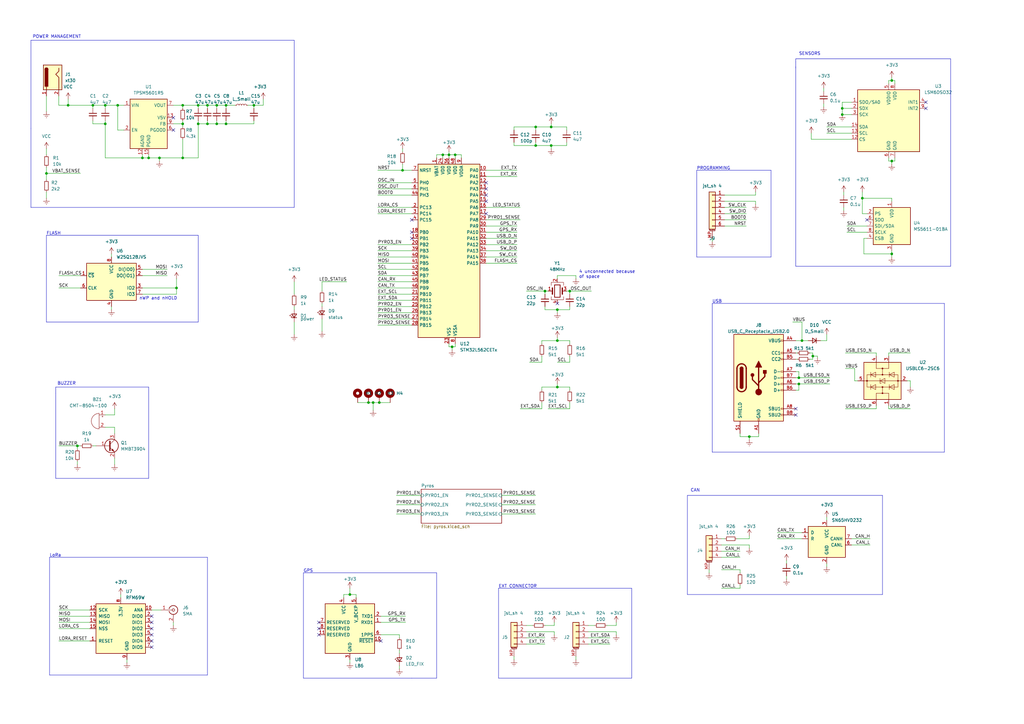
<source format=kicad_sch>
(kicad_sch (version 20230121) (generator eeschema)
  (paper "A3")
  (junction (at 58.42 64.77))
  (junction (at 104.14 43.18))
  (junction (at 365.76 104.14))
  (junction (at 219.71 59.69))
  (junction (at 228.6 158.75))
  (junction (at 65.405 64.77))
  (junction (at 74.93 50.8))
  (junction (at 155.575 165.1))
  (junction (at 153.035 165.1))
  (junction (at 181.61 63.5))
  (junction (at 165.1 69.85))
  (junction (at 74.93 64.77))
  (junction (at 228.6 139.7))
  (junction (at 353.695 81.28))
  (junction (at 85.09 43.18))
  (junction (at 81.28 50.8))
  (junction (at 365.76 66.04))
  (junction (at 19.05 71.12))
  (junction (at 333.375 146.05))
  (junction (at 228.6 127))
  (junction (at 185.42 142.24))
  (junction (at 43.18 43.18))
  (junction (at 345.44 44.45))
  (junction (at 48.26 43.18))
  (junction (at 328.93 139.7))
  (junction (at 27.94 43.18))
  (junction (at 151.13 165.1))
  (junction (at 81.28 43.18))
  (junction (at 31.75 182.88))
  (junction (at 74.93 43.18))
  (junction (at 307.34 179.07))
  (junction (at 92.71 43.18))
  (junction (at 38.1 43.18))
  (junction (at 223.52 119.38))
  (junction (at 72.39 118.11))
  (junction (at 327.66 157.48))
  (junction (at 88.9 50.8))
  (junction (at 233.68 119.38))
  (junction (at 186.69 63.5))
  (junction (at 184.15 63.5))
  (junction (at 365.76 33.02))
  (junction (at 226.06 59.69))
  (junction (at 88.9 43.18))
  (junction (at 143.51 243.84))
  (junction (at 345.44 46.99))
  (junction (at 219.71 52.07))
  (junction (at 60.96 64.77))
  (junction (at 85.09 50.8))
  (junction (at 43.18 50.8))
  (junction (at 226.06 52.07))
  (junction (at 92.71 50.8))
  (junction (at 327.66 154.94))
  (no_connect (at 199.39 80.01))
  (no_connect (at 326.39 167.64))
  (no_connect (at 62.23 255.27))
  (no_connect (at 62.23 252.73))
  (no_connect (at 62.23 262.89))
  (no_connect (at 71.12 53.34))
  (no_connect (at 62.23 265.43))
  (no_connect (at 156.21 262.89))
  (no_connect (at 62.23 260.35))
  (no_connect (at 168.91 97.79))
  (no_connect (at 199.39 82.55))
  (no_connect (at 228.6 124.46))
  (no_connect (at 130.81 257.81))
  (no_connect (at 199.39 87.63))
  (no_connect (at 130.81 255.27))
  (no_connect (at 326.39 170.18))
  (no_connect (at 130.81 260.35))
  (no_connect (at 168.91 90.17))
  (no_connect (at 379.73 44.45))
  (no_connect (at 379.73 41.91))
  (no_connect (at 199.39 74.93))
  (no_connect (at 62.23 257.81))
  (no_connect (at 168.91 95.25))
  (no_connect (at 71.12 48.26))
  (no_connect (at 355.6 90.17))
  (no_connect (at 199.39 77.47))
  (wire (pts (xy 154.94 87.63) (xy 168.91 87.63)))
  (wire (pts (xy 154.94 120.65) (xy 168.91 120.65)))
  (wire (pts (xy 31.75 182.88) (xy 33.02 182.88)))
  (wire (pts (xy 365.76 102.87) (xy 365.76 104.14)))
  (wire (pts (xy 104.14 43.18) (xy 104.14 44.45)))
  (wire (pts (xy 226.06 59.69) (xy 219.71 59.69)))
  (wire (pts (xy 233.68 127) (xy 233.68 125.73)))
  (wire (pts (xy 132.08 130.81) (xy 132.08 135.89)))
  (wire (pts (xy 58.42 110.49) (xy 68.58 110.49)))
  (wire (pts (xy 155.575 165.1) (xy 160.02 165.1)))
  (wire (pts (xy 43.18 43.18) (xy 43.18 44.45)))
  (wire (pts (xy 233.68 139.7) (xy 233.68 140.97)))
  (wire (pts (xy 19.05 60.96) (xy 19.05 63.5)))
  (wire (pts (xy 92.71 50.8) (xy 88.9 50.8)))
  (wire (pts (xy 339.09 52.07) (xy 349.25 52.07)))
  (wire (pts (xy 154.94 113.03) (xy 168.91 113.03)))
  (wire (pts (xy 19.05 68.58) (xy 19.05 71.12)))
  (wire (pts (xy 359.41 166.37) (xy 359.41 167.64)))
  (polyline (pts (xy 389.89 109.22) (xy 389.89 24.13)))
  (wire (pts (xy 364.49 167.64) (xy 373.38 167.64)))
  (wire (pts (xy 222.25 158.75) (xy 228.6 158.75)))
  (wire (pts (xy 74.93 43.18) (xy 74.93 44.45)))
  (wire (pts (xy 165.1 67.31) (xy 165.1 69.85)))
  (wire (pts (xy 219.71 53.34) (xy 219.71 52.07)))
  (wire (pts (xy 295.91 220.98) (xy 297.18 220.98)))
  (wire (pts (xy 72.39 118.11) (xy 72.39 120.65)))
  (wire (pts (xy 52.07 270.51) (xy 52.07 271.78)))
  (wire (pts (xy 104.14 49.53) (xy 104.14 50.8)))
  (wire (pts (xy 373.38 156.21) (xy 373.38 158.75)))
  (wire (pts (xy 154.94 123.19) (xy 168.91 123.19)))
  (wire (pts (xy 58.42 64.77) (xy 60.96 64.77)))
  (wire (pts (xy 24.13 262.89) (xy 36.83 262.89)))
  (wire (pts (xy 349.25 220.98) (xy 356.87 220.98)))
  (polyline (pts (xy 285.75 69.85) (xy 316.23 69.85)))
  (wire (pts (xy 302.26 220.98) (xy 307.34 220.98)))
  (wire (pts (xy 132.08 119.38) (xy 132.08 115.57)))
  (wire (pts (xy 349.25 41.91) (xy 345.44 41.91)))
  (wire (pts (xy 74.93 64.77) (xy 65.405 64.77)))
  (wire (pts (xy 228.6 127) (xy 233.68 127)))
  (wire (pts (xy 104.14 50.8) (xy 92.71 50.8)))
  (wire (pts (xy 199.39 100.33) (xy 212.09 100.33)))
  (wire (pts (xy 297.18 85.09) (xy 306.07 85.09)))
  (polyline (pts (xy 285.75 69.85) (xy 285.75 105.41)))
  (polyline (pts (xy 387.35 185.42) (xy 387.35 124.46)))
  (wire (pts (xy 27.94 43.18) (xy 38.1 43.18)))
  (wire (pts (xy 24.13 255.27) (xy 36.83 255.27)))
  (wire (pts (xy 140.97 243.84) (xy 143.51 243.84)))
  (wire (pts (xy 365.76 81.28) (xy 365.76 82.55)))
  (wire (pts (xy 347.345 92.71) (xy 355.6 92.71)))
  (wire (pts (xy 143.51 241.3) (xy 143.51 243.84)))
  (wire (pts (xy 318.77 218.44) (xy 328.93 218.44)))
  (wire (pts (xy 365.76 66.04) (xy 367.03 66.04)))
  (wire (pts (xy 222.25 146.05) (xy 222.25 148.59)))
  (wire (pts (xy 339.09 212.09) (xy 339.09 213.36)))
  (wire (pts (xy 241.3 264.16) (xy 250.19 264.16)))
  (wire (pts (xy 353.695 87.63) (xy 353.695 81.28)))
  (wire (pts (xy 210.82 52.07) (xy 219.71 52.07)))
  (wire (pts (xy 162.56 210.82) (xy 172.72 210.82)))
  (wire (pts (xy 303.53 240.03) (xy 303.53 241.3)))
  (wire (pts (xy 162.56 203.2) (xy 172.72 203.2)))
  (polyline (pts (xy 326.39 27.305) (xy 326.39 109.22)))
  (polyline (pts (xy 81.28 132.08) (xy 19.05 132.08)))
  (wire (pts (xy 205.74 210.82) (xy 219.71 210.82)))
  (wire (pts (xy 71.12 43.18) (xy 74.93 43.18)))
  (wire (pts (xy 185.42 142.24) (xy 185.42 143.51)))
  (wire (pts (xy 365.76 33.02) (xy 367.03 33.02)))
  (wire (pts (xy 132.08 124.46) (xy 132.08 125.73)))
  (wire (pts (xy 213.36 167.64) (xy 222.25 167.64)))
  (wire (pts (xy 24.13 43.18) (xy 24.13 39.37)))
  (wire (pts (xy 297.18 90.17) (xy 306.07 90.17)))
  (wire (pts (xy 146.05 243.84) (xy 146.05 245.11)))
  (polyline (pts (xy 12.7 52.705) (xy 12.7 85.09)))
  (wire (pts (xy 222.25 158.75) (xy 222.25 160.02)))
  (wire (pts (xy 31.75 189.23) (xy 31.75 190.5)))
  (wire (pts (xy 335.28 146.685) (xy 335.28 146.05)))
  (wire (pts (xy 372.11 156.21) (xy 373.38 156.21)))
  (wire (pts (xy 346.075 85.09) (xy 346.075 86.36)))
  (wire (pts (xy 81.28 64.77) (xy 74.93 64.77)))
  (wire (pts (xy 248.92 256.54) (xy 252.73 256.54)))
  (wire (pts (xy 184.15 142.24) (xy 185.42 142.24)))
  (wire (pts (xy 31.75 182.88) (xy 31.75 184.15)))
  (wire (pts (xy 227.33 256.54) (xy 227.33 255.27)))
  (polyline (pts (xy 120.65 85.09) (xy 120.65 16.51)))
  (wire (pts (xy 339.09 231.14) (xy 339.09 232.41)))
  (wire (pts (xy 226.06 52.07) (xy 232.41 52.07)))
  (wire (pts (xy 353.695 81.28) (xy 365.76 81.28)))
  (wire (pts (xy 326.39 144.78) (xy 327.025 144.78)))
  (wire (pts (xy 326.39 147.32) (xy 327.025 147.32)))
  (polyline (pts (xy 22.86 158.75) (xy 22.86 161.29)))
  (wire (pts (xy 24.13 118.11) (xy 33.02 118.11)))
  (wire (pts (xy 154.94 105.41) (xy 168.91 105.41)))
  (wire (pts (xy 228.6 157.48) (xy 228.6 158.75)))
  (wire (pts (xy 46.99 187.96) (xy 46.99 190.5)))
  (polyline (pts (xy 19.05 96.52) (xy 21.59 96.52)))
  (wire (pts (xy 318.77 220.98) (xy 328.93 220.98)))
  (wire (pts (xy 217.17 148.59) (xy 222.25 148.59)))
  (wire (pts (xy 241.3 256.54) (xy 243.84 256.54)))
  (wire (pts (xy 353.695 78.74) (xy 353.695 81.28)))
  (wire (pts (xy 88.9 50.8) (xy 85.09 50.8)))
  (wire (pts (xy 303.53 234.95) (xy 303.53 233.68)))
  (wire (pts (xy 154.94 125.73) (xy 168.91 125.73)))
  (wire (pts (xy 154.94 102.87) (xy 168.91 102.87)))
  (wire (pts (xy 228.6 114.3) (xy 228.6 113.03)))
  (wire (pts (xy 223.52 127) (xy 228.6 127)))
  (wire (pts (xy 222.25 139.7) (xy 222.25 140.97)))
  (wire (pts (xy 81.28 43.18) (xy 81.28 44.45)))
  (wire (pts (xy 154.94 107.95) (xy 168.91 107.95)))
  (wire (pts (xy 327.66 157.48) (xy 340.36 157.48)))
  (wire (pts (xy 184.15 140.97) (xy 184.15 142.24)))
  (wire (pts (xy 215.9 256.54) (xy 218.44 256.54)))
  (wire (pts (xy 328.93 132.08) (xy 325.12 132.08)))
  (wire (pts (xy 365.76 66.04) (xy 365.76 67.31)))
  (polyline (pts (xy 389.89 24.13) (xy 326.39 24.13)))
  (wire (pts (xy 43.18 49.53) (xy 43.18 50.8)))
  (wire (pts (xy 45.72 125.73) (xy 45.72 127)))
  (wire (pts (xy 241.3 261.62) (xy 250.19 261.62)))
  (wire (pts (xy 215.9 119.38) (xy 223.52 119.38)))
  (wire (pts (xy 43.18 50.8) (xy 43.18 64.77)))
  (polyline (pts (xy 259.08 241.3) (xy 204.47 241.3)))
  (wire (pts (xy 326.39 154.94) (xy 327.66 154.94)))
  (wire (pts (xy 295.91 228.6) (xy 303.53 228.6)))
  (wire (pts (xy 232.41 58.42) (xy 232.41 59.69)))
  (wire (pts (xy 74.93 52.07) (xy 74.93 50.8)))
  (wire (pts (xy 72.39 118.11) (xy 72.39 114.3)))
  (wire (pts (xy 223.52 256.54) (xy 227.33 256.54)))
  (wire (pts (xy 295.91 223.52) (xy 307.34 223.52)))
  (wire (pts (xy 24.13 250.19) (xy 36.83 250.19)))
  (wire (pts (xy 367.03 33.02) (xy 367.03 34.29)))
  (wire (pts (xy 351.79 156.21) (xy 350.52 156.21)))
  (wire (pts (xy 19.05 71.12) (xy 19.05 73.66)))
  (wire (pts (xy 224.79 167.64) (xy 233.68 167.64)))
  (wire (pts (xy 205.74 207.01) (xy 219.71 207.01)))
  (wire (pts (xy 38.1 182.88) (xy 39.37 182.88)))
  (wire (pts (xy 143.51 243.84) (xy 146.05 243.84)))
  (wire (pts (xy 347.345 95.25) (xy 355.6 95.25)))
  (polyline (pts (xy 85.09 228.6) (xy 20.32 228.6)))
  (wire (pts (xy 49.53 243.84) (xy 49.53 245.11)))
  (wire (pts (xy 292.1 97.79) (xy 292.1 99.06)))
  (wire (pts (xy 333.375 146.05) (xy 333.375 144.78)))
  (wire (pts (xy 232.41 52.07) (xy 232.41 53.34)))
  (wire (pts (xy 74.93 43.18) (xy 81.28 43.18)))
  (wire (pts (xy 199.39 85.09) (xy 213.36 85.09)))
  (polyline (pts (xy 292.1 185.42) (xy 387.35 185.42)))
  (wire (pts (xy 359.41 144.78) (xy 359.41 146.05)))
  (polyline (pts (xy 326.39 24.13) (xy 326.39 25.4)))
  (wire (pts (xy 367.03 64.77) (xy 367.03 66.04)))
  (wire (pts (xy 154.94 128.27) (xy 168.91 128.27)))
  (wire (pts (xy 233.68 165.1) (xy 233.68 167.64)))
  (wire (pts (xy 252.73 259.08) (xy 252.73 260.35)))
  (wire (pts (xy 46.99 167.64) (xy 46.99 170.18)))
  (wire (pts (xy 154.94 80.01) (xy 168.91 80.01)))
  (wire (pts (xy 168.91 133.35) (xy 154.94 133.35)))
  (wire (pts (xy 71.12 255.27) (xy 71.12 256.54)))
  (wire (pts (xy 346.075 78.74) (xy 346.075 80.01)))
  (wire (pts (xy 307.34 220.98) (xy 307.34 219.71)))
  (wire (pts (xy 92.71 49.53) (xy 92.71 50.8)))
  (wire (pts (xy 364.49 33.02) (xy 365.76 33.02)))
  (wire (pts (xy 241.3 259.08) (xy 252.73 259.08)))
  (wire (pts (xy 165.1 69.85) (xy 168.91 69.85)))
  (wire (pts (xy 223.52 120.65) (xy 223.52 119.38)))
  (wire (pts (xy 65.405 64.77) (xy 65.405 66.04)))
  (wire (pts (xy 58.42 113.03) (xy 68.58 113.03)))
  (wire (pts (xy 74.93 50.8) (xy 71.12 50.8)))
  (wire (pts (xy 336.55 139.7) (xy 339.09 139.7)))
  (wire (pts (xy 233.68 119.38) (xy 242.57 119.38)))
  (wire (pts (xy 307.34 223.52) (xy 307.34 224.79)))
  (polyline (pts (xy 20.32 228.6) (xy 20.32 276.86)))
  (polyline (pts (xy 281.94 243.84) (xy 361.95 243.84)))
  (wire (pts (xy 154.94 77.47) (xy 168.91 77.47)))
  (wire (pts (xy 156.21 252.73) (xy 166.37 252.73)))
  (wire (pts (xy 297.18 92.71) (xy 306.07 92.71)))
  (wire (pts (xy 154.94 110.49) (xy 168.91 110.49)))
  (wire (pts (xy 189.23 63.5) (xy 189.23 64.77)))
  (wire (pts (xy 85.09 49.53) (xy 85.09 50.8)))
  (polyline (pts (xy 85.09 276.86) (xy 85.09 228.6)))
  (wire (pts (xy 154.94 74.93) (xy 168.91 74.93)))
  (wire (pts (xy 38.1 43.18) (xy 38.1 44.45)))
  (wire (pts (xy 332.74 57.15) (xy 332.74 54.61)))
  (wire (pts (xy 223.52 125.73) (xy 223.52 127)))
  (polyline (pts (xy 81.28 96.52) (xy 81.28 132.08)))
  (wire (pts (xy 163.83 266.7) (xy 163.83 267.97)))
  (wire (pts (xy 186.69 140.97) (xy 186.69 142.24)))
  (wire (pts (xy 58.42 118.11) (xy 72.39 118.11)))
  (polyline (pts (xy 326.39 25.4) (xy 326.39 27.94)))
  (wire (pts (xy 19.05 78.74) (xy 19.05 81.28)))
  (wire (pts (xy 233.68 158.75) (xy 233.68 160.02)))
  (wire (pts (xy 223.52 119.38) (xy 224.79 119.38)))
  (wire (pts (xy 210.82 269.24) (xy 210.82 270.51)))
  (wire (pts (xy 199.39 102.87) (xy 212.09 102.87)))
  (wire (pts (xy 101.6 43.18) (xy 104.14 43.18)))
  (wire (pts (xy 88.9 49.53) (xy 88.9 50.8)))
  (wire (pts (xy 38.1 50.8) (xy 43.18 50.8)))
  (wire (pts (xy 168.91 130.81) (xy 154.94 130.81)))
  (wire (pts (xy 359.41 144.78) (xy 346.71 144.78)))
  (wire (pts (xy 58.42 120.65) (xy 72.39 120.65)))
  (wire (pts (xy 327.66 154.94) (xy 340.36 154.94)))
  (wire (pts (xy 151.13 165.1) (xy 153.035 165.1)))
  (wire (pts (xy 364.49 34.29) (xy 364.49 33.02)))
  (wire (pts (xy 233.68 146.05) (xy 233.68 148.59)))
  (wire (pts (xy 307.34 179.07) (xy 307.34 180.34)))
  (wire (pts (xy 156.21 260.35) (xy 163.83 260.35)))
  (wire (pts (xy 226.06 59.69) (xy 226.06 60.96)))
  (wire (pts (xy 365.76 104.14) (xy 354.33 104.14)))
  (wire (pts (xy 162.56 207.01) (xy 172.72 207.01)))
  (wire (pts (xy 322.58 229.87) (xy 322.58 231.14)))
  (wire (pts (xy 81.28 49.53) (xy 81.28 50.8)))
  (wire (pts (xy 140.97 245.11) (xy 140.97 243.84)))
  (wire (pts (xy 327.66 154.94) (xy 327.66 152.4)))
  (wire (pts (xy 186.69 63.5) (xy 186.69 64.77)))
  (wire (pts (xy 38.1 49.53) (xy 38.1 50.8)))
  (wire (pts (xy 232.41 119.38) (xy 233.68 119.38)))
  (wire (pts (xy 364.49 64.77) (xy 364.49 66.04)))
  (wire (pts (xy 24.13 113.03) (xy 33.02 113.03)))
  (wire (pts (xy 303.53 241.3) (xy 295.91 241.3)))
  (wire (pts (xy 354.33 97.79) (xy 355.6 97.79)))
  (wire (pts (xy 337.82 36.195) (xy 337.82 37.465)))
  (wire (pts (xy 252.73 256.54) (xy 252.73 255.27)))
  (wire (pts (xy 226.06 50.8) (xy 226.06 52.07)))
  (wire (pts (xy 92.71 43.18) (xy 96.52 43.18)))
  (wire (pts (xy 222.25 165.1) (xy 222.25 167.64)))
  (wire (pts (xy 199.39 69.85) (xy 212.09 69.85)))
  (wire (pts (xy 27.94 40.64) (xy 27.94 43.18)))
  (wire (pts (xy 165.1 60.96) (xy 165.1 62.23)))
  (wire (pts (xy 210.82 59.69) (xy 219.71 59.69)))
  (wire (pts (xy 81.28 43.18) (xy 85.09 43.18)))
  (wire (pts (xy 364.49 66.04) (xy 365.76 66.04)))
  (wire (pts (xy 43.18 43.18) (xy 48.26 43.18)))
  (wire (pts (xy 295.91 233.68) (xy 303.53 233.68)))
  (wire (pts (xy 199.39 105.41) (xy 212.09 105.41)))
  (wire (pts (xy 27.94 43.18) (xy 24.13 43.18)))
  (wire (pts (xy 297.18 82.55) (xy 309.88 82.55)))
  (wire (pts (xy 19.05 39.37) (xy 19.05 45.72)))
  (wire (pts (xy 332.105 144.78) (xy 333.375 144.78)))
  (wire (pts (xy 92.71 44.45) (xy 92.71 43.18)))
  (wire (pts (xy 303.53 177.8) (xy 303.53 179.07)))
  (wire (pts (xy 364.49 166.37) (xy 364.49 167.64)))
  (wire (pts (xy 228.6 158.75) (xy 233.68 158.75)))
  (wire (pts (xy 88.9 43.18) (xy 88.9 44.45)))
  (wire (pts (xy 179.07 64.77) (xy 179.07 63.5)))
  (wire (pts (xy 48.26 53.34) (xy 50.8 53.34)))
  (wire (pts (xy 143.51 270.51) (xy 143.51 271.78)))
  (wire (pts (xy 297.18 80.01) (xy 309.88 80.01)))
  (wire (pts (xy 104.14 43.18) (xy 107.95 43.18)))
  (wire (pts (xy 345.44 44.45) (xy 349.25 44.45)))
  (wire (pts (xy 185.42 142.24) (xy 186.69 142.24)))
  (polyline (pts (xy 281.94 203.2) (xy 281.94 243.84)))
  (wire (pts (xy 179.07 63.5) (xy 181.61 63.5)))
  (wire (pts (xy 333.375 147.32) (xy 333.375 146.05)))
  (wire (pts (xy 85.09 43.18) (xy 85.09 44.45)))
  (wire (pts (xy 120.65 125.73) (xy 120.65 127)))
  (wire (pts (xy 328.93 139.7) (xy 328.93 132.08)))
  (polyline (pts (xy 22.86 161.29) (xy 22.86 196.215)))
  (wire (pts (xy 43.18 64.77) (xy 58.42 64.77)))
  (wire (pts (xy 307.34 179.07) (xy 311.15 179.07)))
  (wire (pts (xy 24.13 252.73) (xy 36.83 252.73)))
  (wire (pts (xy 45.72 104.14) (xy 45.72 105.41)))
  (wire (pts (xy 353.695 87.63) (xy 355.6 87.63)))
  (wire (pts (xy 365.76 31.75) (xy 365.76 33.02)))
  (wire (pts (xy 333.375 146.05) (xy 335.28 146.05)))
  (wire (pts (xy 156.21 255.27) (xy 166.37 255.27)))
  (wire (pts (xy 199.39 90.17) (xy 213.36 90.17)))
  (polyline (pts (xy 168.91 278.13) (xy 124.46 278.13)))
  (wire (pts (xy 328.93 139.7) (xy 331.47 139.7)))
  (wire (pts (xy 184.15 63.5) (xy 184.15 64.77)))
  (wire (pts (xy 364.49 144.78) (xy 373.38 144.78)))
  (wire (pts (xy 24.13 182.88) (xy 31.75 182.88)))
  (wire (pts (xy 154.94 115.57) (xy 168.91 115.57)))
  (wire (pts (xy 228.6 139.7) (xy 233.68 139.7)))
  (wire (pts (xy 48.26 43.18) (xy 50.8 43.18)))
  (wire (pts (xy 337.82 42.545) (xy 337.82 43.815)))
  (wire (pts (xy 219.71 52.07) (xy 226.06 52.07)))
  (wire (pts (xy 62.23 250.19) (xy 66.04 250.19)))
  (wire (pts (xy 81.28 50.8) (xy 85.09 50.8)))
  (polyline (pts (xy 204.47 241.3) (xy 204.47 278.13)))
  (wire (pts (xy 58.42 63.5) (xy 58.42 64.77)))
  (wire (pts (xy 295.91 226.06) (xy 303.53 226.06)))
  (wire (pts (xy 322.58 236.22) (xy 322.58 237.49)))
  (polyline (pts (xy 12.7 85.09) (xy 120.65 85.09)))
  (polyline (pts (xy 361.95 243.84) (xy 361.95 203.2)))
  (wire (pts (xy 345.44 44.45) (xy 345.44 46.99)))
  (wire (pts (xy 154.94 100.33) (xy 168.91 100.33)))
  (wire (pts (xy 326.39 157.48) (xy 327.66 157.48)))
  (wire (pts (xy 153.035 165.1) (xy 155.575 165.1)))
  (polyline (pts (xy 204.47 278.13) (xy 259.08 278.13)))
  (wire (pts (xy 163.83 260.35) (xy 163.83 261.62)))
  (polyline (pts (xy 316.23 69.85) (xy 316.23 105.41)))
  (wire (pts (xy 345.44 46.99) (xy 349.25 46.99)))
  (wire (pts (xy 107.95 43.18) (xy 107.95 40.64)))
  (wire (pts (xy 236.22 113.03) (xy 236.22 114.3)))
  (wire (pts (xy 354.33 104.14) (xy 354.33 97.79)))
  (wire (pts (xy 199.39 72.39) (xy 212.09 72.39)))
  (wire (pts (xy 43.18 170.18) (xy 46.99 170.18)))
  (wire (pts (xy 205.74 203.2) (xy 219.71 203.2)))
  (wire (pts (xy 74.93 49.53) (xy 74.93 50.8)))
  (wire (pts (xy 154.94 85.09) (xy 168.91 85.09)))
  (polyline (pts (xy 124.46 278.13) (xy 124.46 234.95)))
  (wire (pts (xy 350.52 151.13) (xy 350.52 156.21)))
  (wire (pts (xy 146.685 165.1) (xy 151.13 165.1)))
  (wire (pts (xy 365.76 104.14) (xy 365.76 105.41)))
  (wire (pts (xy 60.96 63.5) (xy 60.96 64.77)))
  (wire (pts (xy 163.83 273.05) (xy 163.83 274.32)))
  (wire (pts (xy 326.39 139.7) (xy 328.93 139.7)))
  (wire (pts (xy 236.22 269.24) (xy 236.22 270.51)))
  (polyline (pts (xy 316.23 105.41) (xy 285.75 105.41)))
  (wire (pts (xy 228.6 127) (xy 228.6 128.27)))
  (wire (pts (xy 154.94 69.85) (xy 165.1 69.85)))
  (wire (pts (xy 359.41 167.64) (xy 346.71 167.64)))
  (wire (pts (xy 309.88 82.55) (xy 309.88 83.82)))
  (wire (pts (xy 120.65 132.08) (xy 120.65 137.16)))
  (wire (pts (xy 48.26 43.18) (xy 48.26 53.34)))
  (wire (pts (xy 326.39 160.02) (xy 327.66 160.02)))
  (wire (pts (xy 184.15 63.5) (xy 186.69 63.5)))
  (wire (pts (xy 132.08 115.57) (xy 142.24 115.57)))
  (wire (pts (xy 232.41 59.69) (xy 226.06 59.69)))
  (wire (pts (xy 19.05 71.12) (xy 33.02 71.12)))
  (polyline (pts (xy 12.7 16.51) (xy 120.65 16.51)))
  (wire (pts (xy 219.71 58.42) (xy 219.71 59.69)))
  (wire (pts (xy 290.83 233.68) (xy 290.83 234.95)))
  (polyline (pts (xy 259.08 278.13) (xy 259.08 241.3)))
  (wire (pts (xy 339.09 139.7) (xy 339.09 137.16)))
  (wire (pts (xy 364.49 146.05) (xy 364.49 144.78)))
  (polyline (pts (xy 124.46 234.95) (xy 179.07 234.95)))
  (wire (pts (xy 327.66 160.02) (xy 327.66 157.48)))
  (wire (pts (xy 120.65 115.57) (xy 120.65 120.65)))
  (wire (pts (xy 228.6 113.03) (xy 236.22 113.03)))
  (wire (pts (xy 46.99 175.26) (xy 46.99 177.8)))
  (wire (pts (xy 215.9 259.08) (xy 227.33 259.08)))
  (wire (pts (xy 311.15 177.8) (xy 311.15 179.07)))
  (wire (pts (xy 153.035 165.1) (xy 153.035 168.275)))
  (wire (pts (xy 210.82 53.34) (xy 210.82 52.07)))
  (polyline (pts (xy 20.32 276.86) (xy 85.09 276.86)))
  (wire (pts (xy 349.25 223.52) (xy 356.87 223.52)))
  (wire (pts (xy 199.39 92.71) (xy 212.09 92.71)))
  (wire (pts (xy 215.9 264.16) (xy 223.52 264.16)))
  (wire (pts (xy 43.18 43.18) (xy 38.1 43.18)))
  (wire (pts (xy 184.15 62.23) (xy 184.15 63.5)))
  (wire (pts (xy 332.105 147.32) (xy 333.375 147.32)))
  (wire (pts (xy 210.82 58.42) (xy 210.82 59.69)))
  (wire (pts (xy 88.9 43.18) (xy 92.71 43.18)))
  (polyline (pts (xy 292.1 124.46) (xy 292.1 185.42)))
  (wire (pts (xy 309.88 78.74) (xy 309.88 80.01)))
  (wire (pts (xy 154.94 118.11) (xy 168.91 118.11)))
  (wire (pts (xy 215.9 261.62) (xy 223.52 261.62)))
  (wire (pts (xy 186.69 63.5) (xy 189.23 63.5)))
  (wire (pts (xy 228.6 138.43) (xy 228.6 139.7)))
  (polyline (pts (xy 19.05 132.08) (xy 19.05 96.52)))
  (wire (pts (xy 233.68 120.65) (xy 233.68 119.38)))
  (wire (pts (xy 227.33 259.08) (xy 227.33 260.35)))
  (wire (pts (xy 350.52 151.13) (xy 346.71 151.13)))
  (polyline (pts (xy 12.7 16.51) (xy 12.7 52.705)))
  (polyline (pts (xy 361.95 203.2) (xy 281.94 203.2)))
  (wire (pts (xy 303.53 179.07) (xy 307.34 179.07)))
  (polyline (pts (xy 179.07 234.95) (xy 179.07 278.13)))
  (wire (pts (xy 199.39 95.25) (xy 212.09 95.25)))
  (wire (pts (xy 349.25 57.15) (xy 332.74 57.15)))
  (wire (pts (xy 297.18 87.63) (xy 306.07 87.63)))
  (polyline (pts (xy 60.96 158.75) (xy 22.86 158.75)))
  (wire (pts (xy 199.39 107.95) (xy 212.09 107.95)))
  (polyline (pts (xy 326.39 109.22) (xy 389.89 109.22)))
  (polyline (pts (xy 60.96 196.215) (xy 60.96 158.75)))
  (wire (pts (xy 24.13 257.81) (xy 36.83 257.81)))
  (polyline (pts (xy 21.59 96.52) (xy 81.28 96.52)))
  (wire (pts (xy 345.44 41.91) (xy 345.44 44.45)))
  (wire (pts (xy 65.405 64.77) (xy 60.96 64.77)))
  (wire (pts (xy 181.61 63.5) (xy 184.15 63.5)))
  (wire (pts (xy 339.09 54.61) (xy 349.25 54.61)))
  (wire (pts (xy 199.39 97.79) (xy 212.09 97.79)))
  (wire (pts (xy 85.09 43.18) (xy 88.9 43.18)))
  (wire (pts (xy 327.66 152.4) (xy 326.39 152.4)))
  (polyline (pts (xy 168.91 278.13) (xy 179.07 278.13)))
  (polyline (pts (xy 292.1 124.46) (xy 387.35 124.46)))
  (wire (pts (xy 222.25 139.7) (xy 228.6 139.7)))
  (wire (pts (xy 81.28 50.8) (xy 81.28 64.77)))
  (wire (pts (xy 74.93 57.15) (xy 74.93 64.77)))
  (wire (pts (xy 181.61 63.5) (xy 181.61 64.77)))
  (wire (pts (xy 228.6 148.59) (xy 233.68 148.59)))
  (polyline (pts (xy 22.86 196.215) (xy 60.96 196.215)))
  (wire (pts (xy 43.18 175.26) (xy 46.99 175.26)))
  (text "GPS" (at 124.46 234.95 0) (effects (font (size 1.27 1.27)) (justify left bottom)))
  (text "POWER MANAGEMENT" (at 13.335 15.875 0) (effects (font (size 1.27 1.27)) (justify left bottom)))
  (text "nWP and nHOLD" (at 57.15 123.19 0) (effects (font (size 1.27 1.27)) (justify left bottom)))
  (text "USB" (at 292.1 124.46 0) (effects (font (size 1.27 1.27)) (justify left bottom)))
  (text "FLASH" (at 19.05 96.52 0) (effects (font (size 1.27 1.27)) (justify left bottom)))
  (text "BUZZER" (at 23.495 158.115 0) (effects (font (size 1.27 1.27)) (justify left bottom)))
  (text "SENSORS\n" (at 327.66 22.86 0) (effects (font (size 1.27 1.27)) (justify left bottom)))
  (text "PROGRAMMING" (at 285.75 69.85 0) (effects (font (size 1.27 1.27)) (justify left bottom)))
  (text "LoRa" (at 20.32 228.6 0) (effects (font (size 1.27 1.27)) (justify left bottom)))
  (text "4 unconnected because \nof space" (at 237.49 114.3 0) (effects (font (size 1.27 1.27)) (justify left bottom)))
  (text "EXT CONNECTOR" (at 204.47 241.3 0) (effects (font (size 1.27 1.27)) (justify left bottom)))
  (text "CAN" (at 283.21 201.93 0) (effects (font (size 1.27 1.27)) (justify left bottom)))
  (label "CAN_L" (at 356.87 223.52 180))
  (label "CAN_RX" (at 154.94 115.57 0))
  (label "LORA_CS" (at 154.94 85.09 0))
  (label "SCK" (at 154.94 102.87 0))
  (label "OSC_OUT" (at 242.57 119.38 180))
  (label "SW_CLK" (at 212.09 105.41 180))
  (label "PYRO3_SENSE" (at 219.71 210.82 180))
  (label "PYRO3_SENSE" (at 154.94 130.81 0))
  (label "CAN_L" (at 303.53 228.6 180))
  (label "VBUS" (at 325.12 132.08 0))
  (label "SCL" (at 339.09 54.61 0))
  (label "OSC_IN" (at 215.9 119.38 0))
  (label "EXT_SDA" (at 250.19 261.62 180))
  (label "NRST" (at 306.07 92.71 180))
  (label "EXT_TX" (at 223.52 264.16 180))
  (label "MOSI" (at 24.13 255.27 0))
  (label "EXT_SCL" (at 224.79 167.64 0))
  (label "EXT_SCL" (at 154.94 120.65 0))
  (label "CAN_L" (at 295.91 241.3 0))
  (label "SDA" (at 154.94 113.03 0))
  (label "MOSI" (at 154.94 107.95 0))
  (label "PYRO1_EN" (at 162.56 203.2 0))
  (label "OSC_IN" (at 154.94 74.93 0))
  (label "MISO" (at 68.58 113.03 180))
  (label "PYRO2_SENSE" (at 154.94 133.35 0))
  (label "MISO" (at 154.94 105.41 0))
  (label "SCK" (at 24.13 118.11 0))
  (label "PYRO2_EN" (at 162.56 207.01 0))
  (label "USB_D_P" (at 212.09 100.33 180))
  (label "USB_ESD_P" (at 346.71 167.64 0))
  (label "SW_DIO" (at 212.09 102.87 180))
  (label "FLASH_CS" (at 24.13 113.03 0))
  (label "USB_D_N" (at 212.09 97.79 180))
  (label "CAN_H" (at 295.91 233.68 0))
  (label "CAN_TX" (at 318.77 218.44 0))
  (label "SCK" (at 24.13 250.19 0))
  (label "SCL" (at 228.6 148.59 0))
  (label "SW_CLK" (at 306.07 85.09 180))
  (label "PYRO3_EN" (at 154.94 100.33 0))
  (label "NRST" (at 154.94 69.85 0))
  (label "USB_D_N" (at 373.38 144.78 180))
  (label "USB_ESD_N" (at 346.71 144.78 0))
  (label "FLASH_CS" (at 212.09 107.95 180))
  (label "EXT_TX" (at 212.09 69.85 180))
  (label "USB_ESD_P" (at 340.36 157.48 180))
  (label "LED_STATUS" (at 142.24 115.57 180))
  (label "CAN_RX" (at 318.77 220.98 0))
  (label "CAN_TX" (at 154.94 118.11 0))
  (label "EXT_SCL" (at 250.19 264.16 180))
  (label "VBUS" (at 346.71 151.13 0))
  (label "EXT_RX" (at 223.52 261.62 180))
  (label "PYRO2_SENSE" (at 219.71 207.01 180))
  (label "EXT_SDA" (at 154.94 123.19 0))
  (label "CAN_H" (at 303.53 226.06 180))
  (label "LED_STATUS" (at 213.36 85.09 180))
  (label "LORA_CS" (at 24.13 257.81 0))
  (label "PYRO1_SENSE" (at 213.36 90.17 180))
  (label "SDA" (at 217.17 148.59 0))
  (label "SW_DIO" (at 306.07 87.63 180))
  (label "GPS_TX" (at 166.37 255.27 180))
  (label "MISO" (at 24.13 252.73 0))
  (label "PYRO1_EN" (at 154.94 128.27 0))
  (label "USB_D_P" (at 373.38 167.64 180))
  (label "MOSI" (at 68.58 110.49 180))
  (label "OSC_OUT" (at 154.94 77.47 0))
  (label "SDA" (at 347.345 92.71 0))
  (label "EXT_SDA" (at 213.36 167.64 0))
  (label "GPS_RX" (at 166.37 252.73 180))
  (label "LORA_RESET" (at 24.13 262.89 0))
  (label "PYRO2_EN" (at 154.94 125.73 0))
  (label "SDA" (at 339.09 52.07 0))
  (label "LORA_RESET" (at 154.94 87.63 0))
  (label "PYRO1_SENSE" (at 219.71 203.2 180))
  (label "EXT_RX" (at 212.09 72.39 180))
  (label "PYRO3_EN" (at 162.56 210.82 0))
  (label "BOOT0" (at 306.07 90.17 180))
  (label "BUZZER" (at 24.13 182.88 0))
  (label "USB_ESD_N" (at 340.36 154.94 180))
  (label "VBAT_SENSE" (at 33.02 71.12 180))
  (label "CAN_H" (at 356.87 220.98 180))
  (label "BOOT0" (at 154.94 80.01 0))
  (label "SCL" (at 154.94 110.49 0))
  (label "GPS_RX" (at 212.09 95.25 180))
  (label "SCL" (at 347.345 95.25 0))
  (label "GPS_TX" (at 212.09 92.71 180))
  (symbol (lib_name "Earth_15") (lib_id "power:Earth") (at 226.06 60.96 0) (unit 1)
    (property "Reference" "#PWR033" (effects hide))
    (property "Value" "Earth" (effects hide))
  )
  (symbol (lib_id "Device:LED_Small") (at 163.83 270.51 90) (unit 1)
    (property "Reference" "D2" (at 166.37 269.8115 90) (effects (justify right)))
    (property "Value" "LED_FIX" (at 166.37 272.3515 90) (effects (justify right)))
    (property "Footprint" "Diode_SMD:D_0603_1608Metric" (effects hide))
  )
  (symbol (lib_id "Device:R_Small") (at 31.75 186.69 180) (unit 1)
    (property "Reference" "R20" (at 26.67 185.42 0) (effects (justify right)))
    (property "Value" "10k" (at 26.67 187.96 0) (effects (justify right)))
    (property "Footprint" "Resistor_SMD:R_0603_1608Metric" (effects hide))
  )
  (symbol (lib_id "Mechanical:MountingHole_Pad") (at 146.685 162.56 0) (unit 1)
    (property "Reference" "H1" (at 149.86 161.2899 0) (effects (justify left)))
    (property "Value" "MountingHole_Pad" (effects hide))
    (property "Footprint" "MountingHole:MountingHole_2.2mm_M2_Pad_Via" (effects hide))
  )
  (symbol (lib_name "+3V3_18") (lib_id "power:+3V3") (at 332.74 54.61 0) (unit 1)
    (property "Reference" "#PWR054" (effects hide))
    (property "Value" "+3V3" (at 332.74 49.53 0))
  )
  (symbol (lib_name "Earth_12") (lib_id "power:Earth") (at 335.28 146.685 0) (unit 1)
    (property "Reference" "#PWR029" (effects hide))
    (property "Value" "Earth" (effects hide))
  )
  (symbol (lib_name "+3V3_8") (lib_id "power:+3V3") (at 228.6 157.48 0) (unit 1)
    (property "Reference" "#PWR048" (effects hide))
    (property "Value" "+3V3" (at 228.6 153.67 0))
  )
  (symbol (lib_id "Device:R_Small") (at 163.83 264.16 0) (unit 1)
    (property "Reference" "R10" (at 166.37 262.8899 0) (effects (justify left)))
    (property "Value" "1k" (at 166.37 265.4299 0) (effects (justify left)))
    (property "Footprint" "Resistor_SMD:R_0603_1608Metric" (effects hide))
  )
  (symbol (lib_id "Connector_Generic_MountingPin:Conn_01x04_MountingPin") (at 236.22 259.08 0) (mirror y) (unit 1)
    (property "Reference" "J2" (at 233.68 261.3406 0) (effects (justify left)))
    (property "Value" "jst_sh 4" (at 240.03 251.46 0) (effects (justify left)))
    (property "Footprint" "Connector_JST:JST_SH_BM04B-SRSS-TB_1x04-1MP_P1.00mm_Vertical" (effects hide))
  )
  (symbol (lib_id "Power_Protection:USBLC6-2SC6") (at 361.95 156.21 90) (unit 1)
    (property "Reference" "U2" (at 378.46 148.59 90))
    (property "Value" "USBLC6-2SC6" (at 378.46 151.13 90))
    (property "Footprint" "Package_TO_SOT_SMD:SOT-23-6" (effects hide))
    (property "Datasheet" "https://www.st.com/resource/en/datasheet/usblc6-2.pdf" (effects hide))
  )
  (symbol (lib_name "+3V3_9") (lib_id "power:+3V3") (at 165.1 60.96 0) (unit 1)
    (property "Reference" "#PWR036" (effects hide))
    (property "Value" "+3V3" (at 165.1 57.15 0))
  )
  (symbol (lib_id "Converter_DCDC:TPSM53602RDA") (at 60.96 50.8 0) (unit 1)
    (property "Reference" "U1" (at 60.96 35.56 0))
    (property "Value" "TPSM5601R5" (at 60.96 38.1 0))
    (property "Footprint" "Package_DFN_QFN:Texas_B3QFN-14-1EP_5x5.5mm_P0.65mm_ThermalVia" (effects hide))
    (property "Datasheet" "https://www.ti.com/lit/ds/symlink/tpsm53602.pdf" (effects hide))
  )
  (symbol (lib_id "Device:C_Small") (at 104.14 46.99 0) (unit 1)
    (property "Reference" "C15" (at 102.87 39.3762 0) (effects (justify left)))
    (property "Value" "47u" (at 102.87 41.91 0) (effects (justify left)))
    (property "Footprint" "Capacitor_SMD:C_0603_1608Metric" (effects hide))
  )
  (symbol (lib_name "+3V3_16") (lib_id "power:+3V3") (at 72.39 114.3 0) (unit 1)
    (property "Reference" "#PWR051" (effects hide))
    (property "Value" "+3V3" (at 72.39 109.22 0))
  )
  (symbol (lib_id "Device:R_Small") (at 132.08 121.92 0) (unit 1)
    (property "Reference" "R14" (at 134.62 120.6499 0) (effects (justify left)))
    (property "Value" "1k" (at 134.62 123.1899 0) (effects (justify left)))
    (property "Footprint" "Resistor_SMD:R_0603_1608Metric" (effects hide))
  )
  (symbol (lib_name "Earth_16") (lib_id "power:Earth") (at 45.72 127 0) (unit 1)
    (property "Reference" "#PWR041" (effects hide))
    (property "Value" "Earth" (effects hide))
  )
  (symbol (lib_id "Device:C_Small") (at 337.82 40.005 0) (unit 1)
    (property "Reference" "C6" (at 340.36 38.7412 0) (effects (justify left)))
    (property "Value" "0.1u" (at 340.36 41.2812 0) (effects (justify left)))
    (property "Footprint" "Capacitor_SMD:C_0603_1608Metric" (effects hide))
  )
  (symbol (lib_id "Device:R_Small") (at 329.565 147.32 90) (mirror x) (unit 1)
    (property "Reference" "R6" (at 328.93 149.86 90) (effects (justify left)))
    (property "Value" "5k1" (at 334.01 149.86 90) (effects (justify left)))
    (property "Footprint" "Resistor_SMD:R_0603_1608Metric" (effects hide))
  )
  (symbol (lib_id "Connector:USB_C_Receptacle_USB2.0") (at 311.15 154.94 0) (unit 1)
    (property "Reference" "J8" (at 311.15 133.35 0))
    (property "Value" "USB_C_Receptacle_USB2.0" (at 311.15 135.89 0))
    (property "Footprint" "Connector_USB:USB_C_Receptacle_Palconn_UTC16-G" (effects hide))
    (property "Datasheet" "https://www.usb.org/sites/default/files/documents/usb_type-c.zip" (effects hide))
  )
  (symbol (lib_name "+3V3_6") (lib_id "power:+3V3") (at 120.65 115.57 0) (unit 1)
    (property "Reference" "#PWR0112" (effects hide))
    (property "Value" "+3V3" (at 120.65 110.49 0))
  )
  (symbol (lib_name "Earth_10") (lib_id "power:Earth") (at 71.12 256.54 0) (unit 1)
    (property "Reference" "#PWR010" (effects hide))
    (property "Value" "Earth" (effects hide))
  )
  (symbol (lib_id "Device:R_Small") (at 299.72 220.98 90) (unit 1)
    (property "Reference" "R26" (at 299.72 215.9 90))
    (property "Value" "100" (at 299.72 218.44 90))
    (property "Footprint" "Resistor_SMD:R_0805_2012Metric" (effects hide))
  )
  (symbol (lib_name "Earth_3") (lib_id "power:Earth") (at 339.09 232.41 0) (unit 1)
    (property "Reference" "#PWR0111" (effects hide))
    (property "Value" "Earth" (effects hide))
  )
  (symbol (lib_name "Earth_2") (lib_id "power:Earth") (at 65.405 66.04 0) (unit 1)
    (property "Reference" "#PWR0106" (effects hide))
    (property "Value" "Earth" (effects hide))
  )
  (symbol (lib_name "Earth_17") (lib_id "power:Earth") (at 52.07 271.78 0) (unit 1)
    (property "Reference" "#PWR042" (effects hide))
    (property "Value" "Earth" (effects hide))
  )
  (symbol (lib_name "Earth_6") (lib_id "power:Earth") (at 19.05 45.72 0) (unit 1)
    (property "Reference" "#PWR0107" (effects hide))
    (property "Value" "Earth" (effects hide))
  )
  (symbol (lib_id "Device:LED_Small") (at 132.08 128.27 90) (unit 1)
    (property "Reference" "D9" (at 134.62 127.5715 90) (effects (justify right)))
    (property "Value" "status" (at 134.62 130.1115 90) (effects (justify right)))
    (property "Footprint" "Diode_SMD:D_0603_1608Metric" (effects hide))
  )
  (symbol (lib_name "+3V3_7") (lib_id "power:+3V3") (at 227.33 255.27 0) (unit 1)
    (property "Reference" "#PWR08" (effects hide))
    (property "Value" "+3V3" (at 227.33 251.46 0))
  )
  (symbol (lib_id "power:+3V3") (at 353.695 78.74 0) (unit 1)
    (property "Reference" "#PWR0125" (effects hide))
    (property "Value" "+3V3" (at 353.695 73.66 0))
  )
  (symbol (lib_id "Transistor_BJT:MMBT3904") (at 44.45 182.88 0) (unit 1)
    (property "Reference" "Q1" (at 49.53 181.61 0) (effects (justify left)))
    (property "Value" "MMBT3904" (at 49.53 184.15 0) (effects (justify left)))
    (property "Footprint" "Package_TO_SOT_SMD:SOT-23" (effects hide))
    (property "Datasheet" "https://www.onsemi.com/pub/Collateral/2N3903-D.PDF" (effects hide))
  )
  (symbol (lib_name "Earth_5") (lib_id "power:Earth") (at 227.33 260.35 0) (unit 1)
    (property "Reference" "#PWR09" (effects hide))
    (property "Value" "Earth" (effects hide))
  )
  (symbol (lib_id "Device:R_Small") (at 165.1 64.77 0) (mirror x) (unit 1)
    (property "Reference" "R18" (at 162.56 64.135 0) (effects (justify right)))
    (property "Value" "10k" (at 162.56 66.675 0) (effects (justify right)))
    (property "Footprint" "Resistor_SMD:R_0603_1608Metric" (effects hide))
  )
  (symbol (lib_id "Interface_CAN_LIN:SN65HVD232") (at 339.09 220.98 0) (unit 1)
    (property "Reference" "U5" (at 341.1094 210.82 0) (effects (justify left)))
    (property "Value" "SN65HVD232" (at 341.1094 213.36 0) (effects (justify left)))
    (property "Footprint" "Package_SO:SOIC-8_3.9x4.9mm_P1.27mm" (effects hide))
    (property "Datasheet" "http://www.ti.com/lit/ds/symlink/sn65hvd230.pdf" (effects hide))
  )
  (symbol (lib_name "Earth_7") (lib_id "power:Earth") (at 185.42 143.51 0) (unit 1)
    (property "Reference" "#PWR01" (effects hide))
    (property "Value" "Earth" (effects hide))
  )
  (symbol (lib_name "Earth_5") (lib_id "power:Earth") (at 252.73 260.35 0) (unit 1)
    (property "Reference" "#PWR06" (effects hide))
    (property "Value" "Earth" (effects hide))
  )
  (symbol (lib_id "Connector_Generic_MountingPin:Conn_01x04_MountingPin") (at 210.82 259.08 0) (mirror y) (unit 1)
    (property "Reference" "J5" (at 208.28 261.3406 0) (effects (justify left)))
    (property "Value" "jst_sh 4" (at 214.63 251.46 0) (effects (justify left)))
    (property "Footprint" "Connector_JST:JST_SH_BM04B-SRSS-TB_1x04-1MP_P1.00mm_Vertical" (effects hide))
  )
  (symbol (lib_id "power:Earth") (at 322.58 237.49 0) (unit 1)
    (property "Reference" "#PWR0116" (effects hide))
    (property "Value" "Earth" (effects hide))
  )
  (symbol (lib_name "+3V3_4") (lib_id "power:+3V3") (at 46.99 167.64 0) (unit 1)
    (property "Reference" "#PWR0115" (effects hide))
    (property "Value" "+3V3" (at 46.99 162.56 0))
  )
  (symbol (lib_name "Earth_13") (lib_id "power:Earth") (at 143.51 271.78 0) (unit 1)
    (property "Reference" "#PWR037" (effects hide))
    (property "Value" "Earth" (effects hide))
  )
  (symbol (lib_name "Earth_1") (lib_id "power:Earth") (at 210.82 270.51 0) (unit 1)
    (property "Reference" "#PWR07" (effects hide))
    (property "Value" "Earth" (effects hide))
  )
  (symbol (lib_id "Device:R_Small") (at 120.65 123.19 0) (unit 1)
    (property "Reference" "R9" (at 123.19 121.9199 0) (effects (justify left)))
    (property "Value" "1k" (at 123.19 124.4599 0) (effects (justify left)))
    (property "Footprint" "Resistor_SMD:R_0603_1608Metric" (effects hide))
  )
  (symbol (lib_id "Device:C_Small") (at 322.58 233.68 0) (unit 1)
    (property "Reference" "C9" (at 325.12 232.4162 0) (effects (justify left)))
    (property "Value" "0.1u" (at 325.12 234.9562 0) (effects (justify left)))
    (property "Footprint" "Capacitor_SMD:C_0603_1608Metric" (effects hide))
  )
  (symbol (lib_id "Device:R_Small") (at 246.38 256.54 90) (unit 1)
    (property "Reference" "R24" (at 246.38 251.46 90))
    (property "Value" "100" (at 246.38 254 90))
    (property "Footprint" "Resistor_SMD:R_0805_2012Metric" (effects hide))
  )
  (symbol (lib_id "Device:Crystal_GND24") (at 228.6 119.38 0) (unit 1)
    (property "Reference" "Y1" (at 228.6 107.95 0))
    (property "Value" "48MHz" (at 228.6 110.49 0))
    (property "Footprint" "Crystal:Crystal_SMD_2016-4Pin_2.0x1.6mm" (effects hide))
  )
  (symbol (lib_id "Device:R_Small") (at 222.25 143.51 0) (unit 1)
    (property "Reference" "R15" (at 224.79 142.875 0) (effects (justify left)))
    (property "Value" "5k1" (at 224.79 145.415 0) (effects (justify left)))
    (property "Footprint" "Resistor_SMD:R_0603_1608Metric" (effects hide))
  )
  (symbol (lib_id "Device:R_Small") (at 35.56 182.88 90) (unit 1)
    (property "Reference" "R19" (at 35.56 177.8 90))
    (property "Value" "1k" (at 35.56 180.34 90))
    (property "Footprint" "Resistor_SMD:R_0603_1608Metric" (effects hide))
  )
  (symbol (lib_id "Device:R_Small") (at 74.93 46.99 0) (unit 1)
    (property "Reference" "R7" (at 76.2 45.72 0) (effects (justify left)))
    (property "Value" "10k" (at 76.2 48.26 0) (effects (justify left)))
    (property "Footprint" "Resistor_SMD:R_0603_1608Metric" (effects hide))
  )
  (symbol (lib_id "Device:C_Small") (at 223.52 123.19 0) (unit 1)
    (property "Reference" "C13" (at 215.9 121.92 0) (effects (justify left)))
    (property "Value" "22p" (at 215.9 124.46 0) (effects (justify left)))
    (property "Footprint" "Capacitor_SMD:C_0603_1608Metric" (effects hide))
  )
  (symbol (lib_name "Earth_5") (lib_id "power:Earth") (at 307.34 224.79 0) (unit 1)
    (property "Reference" "#PWR0108" (effects hide))
    (property "Value" "Earth" (effects hide))
  )
  (symbol (lib_id "Device:C_Small") (at 88.9 46.99 0) (unit 1)
    (property "Reference" "C5" (at 87.63 39.3762 0) (effects (justify left)))
    (property "Value" "47u" (at 87.63 41.91 0) (effects (justify left)))
    (property "Footprint" "Capacitor_SMD:C_0603_1608Metric" (effects hide))
  )
  (symbol (lib_name "+3V3_7") (lib_id "power:+3V3") (at 307.34 219.71 0) (unit 1)
    (property "Reference" "#PWR030" (effects hide))
    (property "Value" "+3V3" (at 307.34 215.9 0))
  )
  (symbol (lib_id "power:Earth") (at 346.075 86.36 0) (unit 1)
    (property "Reference" "#PWR0123" (effects hide))
    (property "Value" "Earth" (effects hide))
  )
  (symbol (lib_id "Connector:Conn_Coaxial") (at 71.12 250.19 0) (unit 1)
    (property "Reference" "J6" (at 74.93 249.2132 0) (effects (justify left)))
    (property "Value" "SMA" (at 74.93 251.7532 0) (effects (justify left)))
    (property "Footprint" "Connector_Coaxial:SMA_Molex_73251-1153_EdgeMount_Horizontal" (effects hide))
    (property "Datasheet" " ~" (effects hide))
  )
  (symbol (lib_id "Device:C_Small") (at 92.71 46.99 0) (unit 1)
    (property "Reference" "C8" (at 91.44 39.3762 0) (effects (justify left)))
    (property "Value" "47u" (at 91.44 41.91 0) (effects (justify left)))
    (property "Footprint" "Capacitor_SMD:C_0603_1608Metric" (effects hide))
  )
  (symbol (lib_name "+3V3_10") (lib_id "power:+3V3") (at 143.51 241.3 0) (unit 1)
    (property "Reference" "#PWR038" (effects hide))
    (property "Value" "+3V3" (at 143.51 237.49 0))
  )
  (symbol (lib_id "Sensor_Pressure:MS5611-01BA") (at 365.76 92.71 0) (unit 1)
    (property "Reference" "U4" (at 374.65 91.4399 0) (effects (justify left)))
    (property "Value" "MS5611-01BA" (at 374.65 93.9799 0) (effects (justify left)))
    (property "Footprint" "Package_LGA:LGA-8_3x5mm_P1.25mm" (effects hide))
    (property "Datasheet" "https://www.te.com/commerce/DocumentDelivery/DDEController?Action=srchrtrv&DocNm=MS5611-01BA03&DocType=Data+Sheet&DocLang=English" (effects hide))
  )
  (symbol (lib_id "Device:C_Small") (at 233.68 123.19 0) (unit 1)
    (property "Reference" "C14" (at 236.22 122.5613 0) (effects (justify left)))
    (property "Value" "22p" (at 236.22 125.1013 0) (effects (justify left)))
    (property "Footprint" "Capacitor_SMD:C_0603_1608Metric" (effects hide))
  )
  (symbol (lib_id "RF_Module:RFM69W") (at 49.53 257.81 0) (unit 1)
    (property "Reference" "U7" (at 51.5494 242.57 0) (effects (justify left)))
    (property "Value" "RFM69W" (at 51.5494 245.11 0) (effects (justify left)))
    (property "Footprint" "RF_Module:HOPERF_RFM69HW" (effects hide))
    (property "Datasheet" "https://www.hoperf.com/data/upload/portal/20181127/5bfcbe34756e1.pdf" (effects hide))
  )
  (symbol (lib_name "Earth_9") (lib_id "power:Earth") (at 132.08 135.89 0) (unit 1)
    (property "Reference" "#PWR031" (effects hide))
    (property "Value" "Earth" (effects hide))
  )
  (symbol (lib_id "Device:R_Small") (at 222.25 162.56 0) (unit 1)
    (property "Reference" "R21" (at 224.79 161.925 0) (effects (justify left)))
    (property "Value" "5k1" (at 224.79 164.465 0) (effects (justify left)))
    (property "Footprint" "Resistor_SMD:R_0603_1608Metric" (effects hide))
  )
  (symbol (lib_id "Device:R_Small") (at 220.98 256.54 90) (unit 1)
    (property "Reference" "R23" (at 220.98 251.46 90))
    (property "Value" "100" (at 220.98 254 90))
    (property "Footprint" "Resistor_SMD:R_0805_2012Metric" (effects hide))
  )
  (symbol (lib_id "power:Earth") (at 153.035 168.275 0) (unit 1)
    (property "Reference" "#PWR0113" (effects hide))
    (property "Value" "Earth" (effects hide))
  )
  (symbol (lib_name "+3V3_2") (lib_id "power:+3V3") (at 107.95 40.64 0) (unit 1)
    (property "Reference" "#PWR0105" (effects hide))
    (property "Value" "+3V3" (at 106.68 35.56 0))
  )
  (symbol (lib_id "power:VCC") (at 19.05 60.96 0) (unit 1)
    (property "Reference" "#PWR0102" (effects hide))
    (property "Value" "VCC" (at 19.05 55.88 0))
  )
  (symbol (lib_name "Earth_9") (lib_id "power:Earth") (at 120.65 137.16 0) (unit 1)
    (property "Reference" "#PWR014" (effects hide))
    (property "Value" "Earth" (effects hide))
  )
  (symbol (lib_name "+3V3_13") (lib_id "power:+3V3") (at 45.72 104.14 0) (unit 1)
    (property "Reference" "#PWR034" (effects hide))
    (property "Value" "+3V3" (at 45.72 99.06 0))
  )
  (symbol (lib_id "Device:L_Small") (at 99.06 43.18 90) (unit 1)
    (property "Reference" "L1" (at 99.06 38.1 90))
    (property "Value" "L_Small" (at 99.06 40.64 90))
    (property "Footprint" "Inductor_SMD:L_0603_1608Metric" (effects hide))
  )
  (symbol (lib_name "Earth_22") (lib_id "power:Earth") (at 345.44 46.99 0) (unit 1)
    (property "Reference" "#PWR050" (effects hide))
    (property "Value" "Earth" (effects hide))
  )
  (symbol (lib_name "Earth_21") (lib_id "power:Earth") (at 292.1 99.06 0) (unit 1)
    (property "Reference" "#PWR049" (effects hide))
    (property "Value" "Earth" (effects hide))
  )
  (symbol (lib_name "+3V3_5") (lib_id "power:+3V3") (at 184.15 62.23 0) (unit 1)
    (property "Reference" "#PWR02" (effects hide))
    (property "Value" "+3V3" (at 184.15 58.42 0))
  )
  (symbol (lib_id "Device:C_Small") (at 81.28 46.99 0) (unit 1)
    (property "Reference" "C3" (at 80.01 39.37 0) (effects (justify left)))
    (property "Value" "47u" (at 80.01 41.91 0) (effects (justify left)))
    (property "Footprint" "Capacitor_SMD:C_0603_1608Metric" (effects hide))
  )
  (symbol (lib_id "Device:C_Small") (at 85.09 46.99 0) (unit 1)
    (property "Reference" "C4" (at 83.82 39.3762 0) (effects (justify left)))
    (property "Value" "47u" (at 83.82 41.91 0) (effects (justify left)))
    (property "Footprint" "Capacitor_SMD:C_0603_1608Metric" (effects hide))
  )
  (symbol (lib_name "Earth_9") (lib_id "power:Earth") (at 163.83 274.32 0) (unit 1)
    (property "Reference" "#PWR0110" (effects hide))
    (property "Value" "Earth" (effects hide))
  )
  (symbol (lib_id "Mechanical:MountingHole_Pad") (at 155.575 162.56 0) (unit 1)
    (property "Reference" "H3" (at 158.75 161.2899 0) (effects (justify left)))
    (property "Value" "MountingHole_Pad" (effects hide))
    (property "Footprint" "MountingHole:MountingHole_2.2mm_M2_Pad_Via" (effects hide))
  )
  (symbol (lib_id "Device:LED_Small") (at 120.65 129.54 90) (unit 1)
    (property "Reference" "D1" (at 123.19 129.4764 90) (effects (justify right)))
    (property "Value" "power" (at 123.19 130.7464 90) (effects (justify right)))
    (property "Footprint" "Diode_SMD:D_0603_1608Metric" (effects hide))
  )
  (symbol (lib_id "Device:Buzzer") (at 40.64 172.72 0) (mirror y) (unit 1)
    (property "Reference" "BZ1" (at 39.878 163.83 0))
    (property "Value" "CMT-8504-100" (at 36.195 166.37 0))
    (property "Footprint" "Buzzer_Beeper:MagneticBuzzer_CUI_CMT-8504-100-SMT" (effects hide))
  )
  (symbol (lib_id "Device:R_Small") (at 74.93 54.61 0) (unit 1)
    (property "Reference" "R8" (at 76.2 53.34 0) (effects (justify left)))
    (property "Value" "4.3k" (at 76.2 55.88 0) (effects (justify left)))
    (property "Footprint" "Resistor_SMD:R_0603_1608Metric" (effects hide))
  )
  (symbol (lib_id "Connector_Generic_MountingPin:Conn_01x06_MountingPin") (at 292.1 85.09 0) (mirror y) (unit 1)
    (property "Reference" "J9" (at 292.1 97.79 0))
    (property "Value" "jst_sh 4" (at 292.1 76.2 0))
    (property "Footprint" "Connector_JST:JST_SH_SM06B-SRSS-TB_1x06-1MP_P1.00mm_Horizontal" (effects hide))
  )
  (symbol (lib_name "+3V3_3") (lib_id "power:+3V3") (at 365.76 31.75 0) (unit 1)
    (property "Reference" "#PWR0104" (effects hide))
    (property "Value" "+3V3" (at 365.76 26.67 0))
  )
  (symbol (lib_id "Memory_Flash:W25Q128JVS") (at 45.72 115.57 0) (unit 1)
    (property "Reference" "U6" (at 47.7394 102.87 0) (effects (justify left)))
    (property "Value" "W25Q128JVS" (at 47.7394 105.41 0) (effects (justify left)))
    (property "Footprint" "Package_SO:SOIC-8_5.23x5.23mm_P1.27mm" (effects hide))
    (property "Datasheet" "http://www.winbond.com/resource-files/w25q128jv_dtr%20revc%2003272018%20plus.pdf" (effects hide))
  )
  (symbol (lib_id "MCU_ST_STM32L5:STM32L562CETx") (at 184.15 102.87 0) (unit 1)
    (property "Reference" "U12" (at 188.6459 140.97 0) (effects (justify left)))
    (property "Value" "STM32L562CETx" (at 188.6459 143.51 0) (effects (justify left)))
    (property "Footprint" "Package_QFP:LQFP-48_7x7mm_P0.5mm" (effects hide))
    (property "Datasheet" "https://www.st.com/resource/en/datasheet/stm32l562ce.pdf" (effects hide))
  )
  (symbol (lib_name "+3V3_11") (lib_id "power:+3V3") (at 309.88 78.74 0) (unit 1)
    (property "Reference" "#PWR040" (effects hide))
    (property "Value" "+3V3" (at 309.88 74.93 0))
  )
  (symbol (lib_id "Mechanical:MountingHole_Pad") (at 160.02 162.56 0) (unit 1)
    (property "Reference" "H4" (at 162.56 161.2899 0) (effects (justify left)))
    (property "Value" "MountingHole_Pad" (effects hide))
    (property "Footprint" "MountingHole:MountingHole_2.2mm_M2_Pad_Via" (effects hide))
  )
  (symbol (lib_name "VCC_1") (lib_id "power:VCC") (at 339.09 137.16 0) (unit 1)
    (property "Reference" "#PWR053" (effects hide))
    (property "Value" "VCC" (at 339.09 132.08 0))
  )
  (symbol (lib_id "Device:C_Small") (at 346.075 82.55 0) (unit 1)
    (property "Reference" "C7" (at 348.615 81.2862 0) (effects (justify left)))
    (property "Value" "0.1u" (at 348.615 83.8262 0) (effects (justify left)))
    (property "Footprint" "Capacitor_SMD:C_0603_1608Metric" (effects hide))
  )
  (symbol (lib_id "Device:D_Small") (at 334.01 139.7 180) (unit 1)
    (property "Reference" "D10" (at 334.01 133.35 0))
    (property "Value" "D_Small" (at 334.01 135.89 0))
    (property "Footprint" "Diode_SMD:D_0603_1608Metric" (effects hide))
    (property "Sim.Device" "D" (effects hide))
    (property "Sim.Pins" "1=K 2=A" (effects hide))
  )
  (symbol (lib_id "Device:C_Small") (at 232.41 55.88 0) (unit 1)
    (property "Reference" "C11" (at 234.95 54.6163 0) (effects (justify left)))
    (property "Value" "4u7" (at 234.95 57.1563 0) (effects (justify left)))
    (property "Footprint" "Capacitor_SMD:C_0603_1608Metric" (effects hide))
  )
  (symbol (lib_name "Earth_11") (lib_id "power:Earth") (at 307.34 180.34 0) (unit 1)
    (property "Reference" "#PWR028" (effects hide))
    (property "Value" "Earth" (effects hide))
  )
  (symbol (lib_id "power:+3V3") (at 322.58 229.87 0) (unit 1)
    (property "Reference" "#PWR0129" (effects hide))
    (property "Value" "+3V3" (at 322.58 224.79 0))
  )
  (symbol (lib_id "Mechanical:MountingHole_Pad") (at 151.13 162.56 0) (unit 1)
    (property "Reference" "H2" (at 153.67 161.2899 0) (effects (justify left)))
    (property "Value" "MountingHole_Pad" (effects hide))
    (property "Footprint" "MountingHole:MountingHole_2.2mm_M2_Pad_Via" (effects hide))
  )
  (symbol (lib_id "Device:C_Small") (at 210.82 55.88 0) (unit 1)
    (property "Reference" "C12" (at 213.36 55.2513 0) (effects (justify left)))
    (property "Value" "100p" (at 213.36 57.7913 0) (effects (justify left)))
    (property "Footprint" "Capacitor_SMD:C_0603_1608Metric" (effects hide))
  )
  (symbol (lib_id "Device:R_Small") (at 303.53 237.49 0) (unit 1)
    (property "Reference" "R25" (at 306.07 236.22 0) (effects (justify left)))
    (property "Value" "120" (at 306.07 238.76 0) (effects (justify left)))
    (property "Footprint" "Resistor_SMD:R_0603_1608Metric" (effects hide))
  )
  (symbol (lib_name "Earth_4") (lib_id "power:Earth") (at 365.76 67.31 0) (unit 1)
    (property "Reference" "#PWR0101" (effects hide))
    (property "Value" "Earth" (effects hide))
  )
  (symbol (lib_id "Device:R_Small") (at 233.68 143.51 0) (unit 1)
    (property "Reference" "R16" (at 236.22 142.875 0) (effects (justify left)))
    (property "Value" "5k1" (at 236.22 145.415 0) (effects (justify left)))
    (property "Footprint" "Resistor_SMD:R_0603_1608Metric" (effects hide))
  )
  (symbol (lib_id "power:+3V3") (at 346.075 78.74 0) (unit 1)
    (property "Reference" "#PWR0122" (effects hide))
    (property "Value" "+3V3" (at 346.075 73.66 0))
  )
  (symbol (lib_id "Device:R_Small") (at 233.68 162.56 0) (unit 1)
    (property "Reference" "R22" (at 236.22 161.925 0) (effects (justify left)))
    (property "Value" "5k1" (at 236.22 164.465 0) (effects (justify left)))
    (property "Footprint" "Resistor_SMD:R_0603_1608Metric" (effects hide))
  )
  (symbol (lib_id "Device:C_Small") (at 43.18 46.99 0) (unit 1)
    (property "Reference" "C2" (at 41.91 39.3762 0) (effects (justify left)))
    (property "Value" "4u7" (at 41.91 41.91 0) (effects (justify left)))
    (property "Footprint" "Capacitor_SMD:C_0603_1608Metric" (effects hide))
  )
  (symbol (lib_id "Device:C_Small") (at 38.1 46.99 0) (unit 1)
    (property "Reference" "C1" (at 36.83 39.37 0) (effects (justify left)))
    (property "Value" "4u7" (at 36.83 41.91 0) (effects (justify left)))
    (property "Footprint" "Capacitor_SMD:C_0603_1608Metric" (effects hide))
  )
  (symbol (lib_name "Earth_8") (lib_id "power:Earth") (at 46.99 190.5 0) (unit 1)
    (property "Reference" "#PWR0117" (effects hide))
    (property "Value" "Earth" (effects hide))
  )
  (symbol (lib_id "Connector_Generic_MountingPin:Conn_01x04_MountingPin") (at 290.83 223.52 0) (mirror y) (unit 1)
    (property "Reference" "J4" (at 288.29 225.7806 0) (effects (justify left)))
    (property "Value" "jst_sh 4" (at 294.64 215.9 0) (effects (justify left)))
    (property "Footprint" "Connector_JST:JST_SH_BM04B-SRSS-TB_1x04-1MP_P1.00mm_Vertical" (effects hide))
  )
  (symbol (lib_id "power:+3V3") (at 337.82 36.195 0) (unit 1)
    (property "Reference" "#PWR0127" (effects hide))
    (property "Value" "+3V3" (at 337.82 31.115 0))
  )
  (symbol (lib_id "power:VCC") (at 27.94 40.64 0) (unit 1)
    (property "Reference" "#PWR0128" (effects hide))
    (property "Value" "VCC" (at 27.94 35.56 0))
  )
  (symbol (lib_name "Earth_1") (lib_id "power:Earth") (at 236.22 270.51 0) (unit 1)
    (property "Reference" "#PWR04" (effects hide))
    (property "Value" "Earth" (effects hide))
  )
  (symbol (lib_name "Earth_20") (lib_id "power:Earth") (at 373.38 158.75 0) (unit 1)
    (property "Reference" "#PWR047" (effects hide))
    (property "Value" "Earth" (effects hide))
  )
  (symbol (lib_id "Device:R_Small") (at 329.565 144.78 90) (unit 1)
    (property "Reference" "R13" (at 329.565 142.875 90) (effects (justify left)))
    (property "Value" "5k1" (at 334.01 142.875 90) (effects (justify left)))
    (property "Footprint" "Resistor_SMD:R_0603_1608Metric" (effects hide))
  )
  (symbol (lib_id "RF_GPS:L80-R") (at 143.51 257.81 0) (unit 1)
    (property "Reference" "U8" (at 145.5294 270.51 0) (effects (justify left)))
    (property "Value" "L86" (at 145.5294 273.05 0) (effects (justify left)))
    (property "Footprint" "RF_GPS:Quectel_L80-R" (effects hide))
    (property "Datasheet" "https://www.quectel.com/UploadImage/Downlad/Quectel_L80-R_Hardware_Design_V1.2.pdf" (effects hide))
  )
  (symbol (lib_name "Earth_23") (lib_id "power:Earth") (at 236.22 114.3 0) (unit 1)
    (property "Reference" "#PWR046" (effects hide))
    (property "Value" "Earth" (effects hide))
  )
  (symbol (lib_name "+3V3_1") (lib_id "power:+3V3") (at 339.09 212.09 0) (unit 1)
    (property "Reference" "#PWR0114" (effects hide))
    (property "Value" "+3V3" (at 339.09 207.01 0))
  )
  (symbol (lib_name "+3V3_7") (lib_id "power:+3V3") (at 252.73 255.27 0) (unit 1)
    (property "Reference" "#PWR05" (effects hide))
    (property "Value" "+3V3" (at 252.73 251.46 0))
  )
  (symbol (lib_id "Device:R_Small") (at 19.05 76.2 0) (unit 1)
    (property "Reference" "R2" (at 20.955 74.9299 0) (effects (justify left)))
    (property "Value" "2k2" (at 20.955 77.4699 0) (effects (justify left)))
    (property "Footprint" "Resistor_SMD:R_0603_1608Metric" (effects hide))
  )
  (symbol (lib_id "Device:R_Small") (at 19.05 66.04 0) (unit 1)
    (property "Reference" "R1" (at 21.59 64.7699 0) (effects (justify left)))
    (property "Value" "10k" (at 21.59 67.3099 0) (effects (justify left)))
    (property "Footprint" "Resistor_SMD:R_0603_1608Metric" (effects hide))
  )
  (symbol (lib_name "+3V3_8") (lib_id "power:+3V3") (at 228.6 138.43 0) (unit 1)
    (property "Reference" "#PWR035" (effects hide))
    (property "Value" "+3V3" (at 228.6 134.62 0))
  )
  (symbol (lib_id "power:Earth") (at 19.05 81.28 0) (unit 1)
    (property "Reference" "#PWR0103" (effects hide))
    (property "Value" "Earth" (effects hide))
  )
  (symbol (lib_name "+3V3_14") (lib_id "power:+3V3") (at 49.53 243.84 0) (unit 1)
    (property "Reference" "#PWR043" (effects hide))
    (property "Value" "+3V3" (at 49.53 238.76 0))
  )
  (symbol (lib_name "Earth_14") (lib_id "power:Earth") (at 309.88 83.82 0) (unit 1)
    (property "Reference" "#PWR039" (effects hide))
    (property "Value" "Earth" (effects hide))
  )
  (symbol (lib_id "power:Earth") (at 365.76 105.41 0) (unit 1)
    (property "Reference" "#PWR0124" (effects hide))
    (property "Value" "Earth" (effects hide))
  )
  (symbol (lib_id "power:Earth") (at 337.82 43.815 0) (unit 1)
    (property "Reference" "#PWR0126" (effects hide))
    (property "Value" "Earth" (effects hide))
  )
  (symbol (lib_name "Earth_18") (lib_id "power:Earth") (at 228.6 128.27 0) (unit 1)
    (property "Reference" "#PWR044" (effects hide))
    (property "Value" "Earth" (effects hide))
  )
  (symbol (lib_name "Earth_19") (lib_id "power:Earth") (at 31.75 190.5 0) (unit 1)
    (property "Reference" "#PWR045" (effects hide))
    (property "Value" "Earth" (effects hide))
  )
  (symbol (lib_id "Connector:Barrel_Jack") (at 21.59 31.75 90) (mirror x) (unit 1)
    (property "Reference" "J1" (at 26.67 30.4799 90) (effects (justify right)))
    (property "Value" "xt30" (at 26.67 33.0199 90) (effects (justify right)))
    (property "Footprint" "Connector_AMASS:AMASS_XT30PW-M_1x02_P2.50mm_Horizontal" (effects hide))
  )
  (symbol (lib_id "Device:C_Small") (at 219.71 55.88 0) (unit 1)
    (property "Reference" "C10" (at 222.25 55.2513 0) (effects (justify left)))
    (property "Value" "4u7" (at 222.25 57.7913 0) (effects (justify left)))
    (property "Footprint" "Capacitor_SMD:C_0603_1608Metric" (effects hide))
  )
  (symbol (lib_name "Earth_1") (lib_id "power:Earth") (at 290.83 234.95 0) (unit 1)
    (property "Reference" "#PWR03" (effects hide))
    (property "Value" "Earth" (effects hide))
  )
  (symbol (lib_id "Sensor_Motion:LSM6DS3") (at 364.49 49.53 0) (unit 1)
    (property "Reference" "U3" (at 384.81 35.3312 0))
    (property "Value" "LSM6DSO32" (at 384.81 37.8712 0))
    (property "Footprint" "Package_LGA:LGA-14_3x2.5mm_P0.5mm_LayoutBorder3x4y" (effects hide))
    (property "Datasheet" "https://www.st.com/resource/en/datasheet/lsm6ds3tr-c.pdf" (effects hide))
  )
  (symbol (lib_name "+3V3_12") (lib_id "power:+3V3") (at 226.06 50.8 0) (unit 1)
    (property "Reference" "#PWR032" (effects hide))
    (property "Value" "+3V3" (at 226.06 46.99 0))
  )
  (sheet (at 172.72 200.66) (size 33.02 13.97) (stroke (width 0.1524))
    (property "Sheetname" "Pyros" (at 172.72 199.9484 0) (effects (justify left bottom)))
    (property "Sheetfile" "pyros.kicad_sch" (at 172.72 215.2146 0) (effects (justify left top)))
    (pin "PYRO1_EN" input (at 172.72 203.2 180))
    (pin "PYRO2_EN" input (at 172.72 207.01 180))
    (pin "PYRO1_SENSE" input (at 205.74 203.2 0))
    (pin "PYRO2_SENSE" input (at 205.74 207.01 0))
    (pin "PYRO3_SENSE" input (at 205.74 210.82 0))
    (pin "PYRO3_EN" input (at 172.72 210.82 180))
  )
)
</source>
